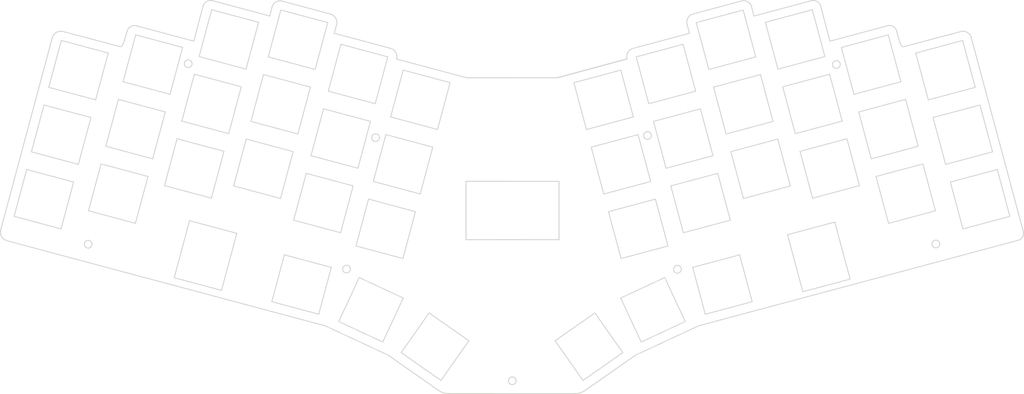
<source format=kicad_pcb>
(kicad_pcb (version 20171130) (host pcbnew "(5.1.10)-1")

  (general
    (thickness 1.6)
    (drawings 296)
    (tracks 0)
    (zones 0)
    (modules 0)
    (nets 1)
  )

  (page A4)
  (layers
    (0 F.Cu signal)
    (31 B.Cu signal)
    (32 B.Adhes user)
    (33 F.Adhes user)
    (34 B.Paste user)
    (35 F.Paste user)
    (36 B.SilkS user)
    (37 F.SilkS user)
    (38 B.Mask user)
    (39 F.Mask user)
    (40 Dwgs.User user)
    (41 Cmts.User user)
    (42 Eco1.User user)
    (43 Eco2.User user)
    (44 Edge.Cuts user)
    (45 Margin user)
    (46 B.CrtYd user)
    (47 F.CrtYd user)
    (48 B.Fab user)
    (49 F.Fab user)
  )

  (setup
    (last_trace_width 0.254)
    (trace_clearance 0.2)
    (zone_clearance 0.508)
    (zone_45_only no)
    (trace_min 0.2)
    (via_size 0.8)
    (via_drill 0.4)
    (via_min_size 0.4)
    (via_min_drill 0.3)
    (uvia_size 0.3)
    (uvia_drill 0.1)
    (uvias_allowed no)
    (uvia_min_size 0.2)
    (uvia_min_drill 0.1)
    (edge_width 0.05)
    (segment_width 0.2)
    (pcb_text_width 0.3)
    (pcb_text_size 1.5 1.5)
    (mod_edge_width 0.12)
    (mod_text_size 1 1)
    (mod_text_width 0.15)
    (pad_size 1.524 1.524)
    (pad_drill 0.762)
    (pad_to_mask_clearance 0)
    (aux_axis_origin 0 0)
    (visible_elements 7FFFFFFF)
    (pcbplotparams
      (layerselection 0x010fc_ffffffff)
      (usegerberextensions false)
      (usegerberattributes true)
      (usegerberadvancedattributes true)
      (creategerberjobfile true)
      (excludeedgelayer true)
      (linewidth 0.100000)
      (plotframeref false)
      (viasonmask false)
      (mode 1)
      (useauxorigin false)
      (hpglpennumber 1)
      (hpglpenspeed 20)
      (hpglpendiameter 15.000000)
      (psnegative false)
      (psa4output false)
      (plotreference true)
      (plotvalue true)
      (plotinvisibletext false)
      (padsonsilk false)
      (subtractmaskfromsilk false)
      (outputformat 1)
      (mirror false)
      (drillshape 0)
      (scaleselection 1)
      (outputdirectory "gerbers/"))
  )

  (net 0 "")

  (net_class Default "This is the default net class."
    (clearance 0.2)
    (trace_width 0.254)
    (via_dia 0.8)
    (via_drill 0.4)
    (uvia_dia 0.3)
    (uvia_drill 0.1)
  )

  (net_class Power ""
    (clearance 0.2)
    (trace_width 0.381)
    (via_dia 0.8)
    (via_drill 0.4)
    (uvia_dia 0.3)
    (uvia_drill 0.1)
  )

  (gr_curve (pts (xy 60.665597 46.543285) (xy 61.18284 46.243304) (xy 61.798257 46.16167) (xy 62.375821 46.316426)) (layer Edge.Cuts) (width 0.25))
  (gr_curve (pts (xy 94.322597 138.784927) (xy 27.862291 121.011518) (xy 25.491552 120.37809) (xy 3.96928 114.597368)) (layer Edge.Cuts) (width 0.25))
  (gr_curve (pts (xy 168.123935 157.216426) (xy 167.329329 157.772806) (xy 166.382771 158.071215) (xy 165.412742 158.071149)) (layer Edge.Cuts) (width 0.25))
  (gr_curve (pts (xy 180.11618 62.856805) (xy 179.940506 62.234571) (xy 180.021486 61.567892) (xy 180.341016 61.00581)) (layer Edge.Cuts) (width 0.25))
  (gr_line (start 180.11618 62.856807) (end 180.11618 62.856805) (layer Edge.Cuts) (width 0.25))
  (gr_curve (pts (xy 3.96928 114.597368) (xy 2.604592 114.230823) (xy 1.794853 112.827216) (xy 2.160675 111.462331)) (layer Edge.Cuts) (width 0.25))
  (gr_line (start 198.883704 50.064298) (end 212.598888 46.389372) (layer Edge.Cuts) (width 0.25))
  (gr_line (start 258.851097 59.356687) (end 274.926071 55.0752) (layer Edge.Cuts) (width 0.25))
  (gr_line (start 96.898157 55.567006) (end 112.884074 59.849776) (layer Edge.Cuts) (width 0.25))
  (gr_line (start 181.816504 59.865779) (end 197.85046 55.569546) (layer Edge.Cuts) (width 0.25))
  (gr_curve (pts (xy 79.265764 48.051442) (xy 79.41739 47.46134) (xy 79.798698 46.956376) (xy 80.324762 46.649019)) (layer Edge.Cuts) (width 0.25))
  (gr_curve (pts (xy 59.619375 47.915054) (xy 59.771875 47.33689) (xy 60.148353 46.843265) (xy 60.665597 46.543285)) (layer Edge.Cuts) (width 0.25))
  (gr_line (start 215.477676 48.06409) (end 216.156242 50.664806) (layer Edge.Cuts) (width 0.25))
  (gr_curve (pts (xy 129.335877 158.068708) (xy 128.365844 158.068643) (xy 127.419317 157.770133) (xy 126.62475 157.213691)) (layer Edge.Cuts) (width 0.25))
  (gr_line (start 267.84638 114.417259) (end 267.84638 114.417259) (layer Edge.Cuts) (width 0.25))
  (gr_line (start 197.85046 55.569546) (end 197.155554 53.10192) (layer Edge.Cuts) (width 0.25))
  (gr_curve (pts (xy 112.884074 59.849776) (xy 113.520422 60.020259) (xy 114.061383 60.43967) (xy 114.385031 61.013479)) (layer Edge.Cuts) (width 0.25))
  (gr_line (start 82.066472 46.415107) (end 95.820801 50.100014) (layer Edge.Cuts) (width 0.25))
  (gr_curve (pts (xy 256.672691 54.843989) (xy 257.951326 59.537791) (xy 258.039618 59.512519) (xy 258.851097 59.356687)) (layer Edge.Cuts) (width 0.25))
  (gr_curve (pts (xy 97.333606 51.266876) (xy 97.66189 51.842181) (xy 97.746491 52.524872) (xy 97.568567 53.162908)) (layer Edge.Cuts) (width 0.25))
  (gr_curve (pts (xy 95.820801 50.100014) (xy 96.460616 50.271427) (xy 97.005322 50.691571) (xy 97.333606 51.266876)) (layer Edge.Cuts) (width 0.25))
  (gr_curve (pts (xy 292.698553 112.001089) (xy 292.983642 113.064215) (xy 292.352884 114.157026) (xy 291.289716 114.441945)) (layer Edge.Cuts) (width 0.25))
  (gr_line (start 78.594917 50.662266) (end 79.265764 48.051442) (layer Edge.Cuts) (width 0.25))
  (gr_curve (pts (xy 274.926071 55.0752) (xy 276.219076 54.730814) (xy 277.546748 55.498497) (xy 277.893325 56.790916)) (layer Edge.Cuts) (width 0.25))
  (gr_curve (pts (xy 148.595876 154.41663) (xy 148.595876 154.125085) (xy 148.480061 153.845482) (xy 148.273907 153.639328)) (layer Edge.Cuts) (width 0.25))
  (gr_curve (pts (xy 232.433791 46.303304) (xy 232.995874 46.152696) (xy 233.594794 46.232142) (xy 234.098173 46.524081)) (layer Edge.Cuts) (width 0.25))
  (gr_line (start 57.007457 57.817447) (end 59.619375 47.915054) (layer Edge.Cuts) (width 0.25))
  (gr_curve (pts (xy 180.341016 61.00581) (xy 180.660546 60.443728) (xy 181.191977 60.033119) (xy 181.816504 59.865779)) (layer Edge.Cuts) (width 0.25))
  (gr_line (start 62.375821 46.316426) (end 78.594917 50.662266) (layer Edge.Cuts) (width 0.25))
  (gr_curve (pts (xy 80.324762 46.649019) (xy 80.850826 46.341662) (xy 81.477955 46.257439) (xy 82.066472 46.415107)) (layer Edge.Cuts) (width 0.25))
  (gr_line (start 40.688305 53.445401) (end 57.007457 57.817447) (layer Edge.Cuts) (width 0.25))
  (gr_line (start 182.50886 147.144171) (end 168.123935 157.216426) (layer Edge.Cuts) (width 0.25))
  (gr_curve (pts (xy 197.384858 51.221978) (xy 197.709583 50.651199) (xy 198.249393 50.234259) (xy 198.883704 50.064298)) (layer Edge.Cuts) (width 0.25))
  (gr_line (start 147.496605 153.317359) (end 147.496605 153.317359) (layer Edge.Cuts) (width 0.25))
  (gr_line (start 165.412742 158.071149) (end 129.335877 158.068708) (layer Edge.Cuts) (width 0.25))
  (gr_line (start 216.156242 50.664806) (end 232.433791 46.303304) (layer Edge.Cuts) (width 0.25))
  (gr_curve (pts (xy 197.155554 53.10192) (xy 196.977548 52.46982) (xy 197.060132 51.792758) (xy 197.384858 51.221978)) (layer Edge.Cuts) (width 0.25))
  (gr_line (start 97.568567 53.162908) (end 96.898157 55.567006) (layer Edge.Cuts) (width 0.25))
  (gr_line (start 237.743702 57.819987) (end 254.187896 53.413831) (layer Edge.Cuts) (width 0.25))
  (gr_curve (pts (xy 16.798138 56.849836) (xy 17.156709 55.512004) (xy 18.530532 54.716873) (xy 19.869174 55.072404)) (layer Edge.Cuts) (width 0.25))
  (gr_curve (pts (xy 291.289716 114.441945) (xy 251.323881 125.152404) (xy 250.544525 125.360554) (xy 200.426022 138.787571)) (layer Edge.Cuts) (width 0.25))
  (gr_curve (pts (xy 38.045062 54.969919) (xy 38.356913 53.820405) (xy 39.537812 53.137174) (xy 40.688305 53.445401)) (layer Edge.Cuts) (width 0.25))
  (gr_line (start 114.604497 62.899986) (end 134.47238 68.221287) (layer Edge.Cuts) (width 0.25))
  (gr_line (start 112.242297 147.141527) (end 94.322597 138.784927) (layer Edge.Cuts) (width 0.25))
  (gr_curve (pts (xy 234.098173 46.524081) (xy 234.601552 46.816021) (xy 234.967939 47.296414) (xy 235.116351 47.85908)) (layer Edge.Cuts) (width 0.25))
  (gr_line (start 134.47238 68.221287) (end 160.27116 68.226367) (layer Edge.Cuts) (width 0.25))
  (gr_curve (pts (xy 114.385031 61.013479) (xy 114.708678 61.587287) (xy 114.787776 62.267205) (xy 114.604497 62.899986)) (layer Edge.Cuts) (width 0.25))
  (gr_line (start 19.869174 55.072404) (end 35.856874 59.318587) (layer Edge.Cuts) (width 0.25))
  (gr_line (start 160.27116 68.226367) (end 180.11618 62.856807) (layer Edge.Cuts) (width 0.25))
  (gr_curve (pts (xy 35.856874 59.318587) (xy 36.695692 59.543347) (xy 36.922128 59.109165) (xy 38.045062 54.969919)) (layer Edge.Cuts) (width 0.25))
  (gr_line (start 2.160675 111.462331) (end 16.798138 56.849836) (layer Edge.Cuts) (width 0.25))
  (gr_line (start 277.893325 56.790916) (end 292.698553 112.001089) (layer Edge.Cuts) (width 0.25))
  (gr_line (start 200.426022 138.787571) (end 182.50886 147.144171) (layer Edge.Cuts) (width 0.25))
  (gr_line (start 126.62475 157.213691) (end 112.242297 147.141527) (layer Edge.Cuts) (width 0.25))
  (gr_curve (pts (xy 148.273907 153.639328) (xy 148.067754 153.433175) (xy 147.78815 153.317359) (xy 147.496605 153.317359)) (layer Edge.Cuts) (width 0.25))
  (gr_curve (pts (xy 214.38674 46.627743) (xy 214.927163 46.94213) (xy 215.319832 47.459126) (xy 215.477676 48.06409)) (layer Edge.Cuts) (width 0.25))
  (gr_curve (pts (xy 212.598888 46.389372) (xy 213.202802 46.227556) (xy 213.846318 46.313355) (xy 214.38674 46.627743)) (layer Edge.Cuts) (width 0.25))
  (gr_line (start 235.116351 47.85908) (end 237.743702 57.819987) (layer Edge.Cuts) (width 0.25))
  (gr_curve (pts (xy 254.187896 53.413831) (xy 255.267924 53.124442) (xy 256.378813 53.765176) (xy 256.672691 54.843989)) (layer Edge.Cuts) (width 0.25))
  (gr_curve (pts (xy 109.067214 86.272088) (xy 109.477983 86.101942) (xy 109.745812 85.701108) (xy 109.745812 85.256494)) (layer Edge.Cuts) (width 0.25))
  (gr_curve (pts (xy 108.646541 84.157223) (xy 108.201927 84.157223) (xy 107.801093 84.425052) (xy 107.630947 84.835821)) (layer Edge.Cuts) (width 0.25))
  (gr_curve (pts (xy 147.917278 155.432224) (xy 148.328048 155.262078) (xy 148.595876 154.861244) (xy 148.595876 154.41663)) (layer Edge.Cuts) (width 0.25))
  (gr_curve (pts (xy 147.496605 153.317359) (xy 147.051992 153.317359) (xy 146.651158 153.585188) (xy 146.481012 153.995957)) (layer Edge.Cuts) (width 0.25))
  (gr_curve (pts (xy 109.423843 84.479192) (xy 109.21769 84.273039) (xy 108.938086 84.157223) (xy 108.646541 84.157223)) (layer Edge.Cuts) (width 0.25))
  (gr_curve (pts (xy 107.869239 86.033796) (xy 108.183628 86.348185) (xy 108.656444 86.442234) (xy 109.067214 86.272088)) (layer Edge.Cuts) (width 0.25))
  (gr_curve (pts (xy 240.353741 63.669252) (xy 240.147588 63.463098) (xy 239.867984 63.347283) (xy 239.576439 63.347283)) (layer Edge.Cuts) (width 0.25))
  (gr_curve (pts (xy 239.997112 65.462147) (xy 240.407881 65.292001) (xy 240.67571 64.891167) (xy 240.67571 64.446554)) (layer Edge.Cuts) (width 0.25))
  (gr_curve (pts (xy 27.006628 116.675745) (xy 27.613739 116.675745) (xy 28.105899 116.183585) (xy 28.105899 115.576474)) (layer Edge.Cuts) (width 0.25))
  (gr_curve (pts (xy 193.411075 122.285833) (xy 193.240929 122.696602) (xy 193.334978 123.169418) (xy 193.649367 123.483807)) (layer Edge.Cuts) (width 0.25))
  (gr_curve (pts (xy 100.807134 123.672064) (xy 101.217903 123.501918) (xy 101.485732 123.101084) (xy 101.485732 122.65647)) (layer Edge.Cuts) (width 0.25))
  (gr_curve (pts (xy 55.426434 63.127267) (xy 54.98182 63.127267) (xy 54.580986 63.395095) (xy 54.41084 63.805865)) (layer Edge.Cuts) (width 0.25))
  (gr_curve (pts (xy 146.719304 155.193932) (xy 147.033693 155.508321) (xy 147.506509 155.60237) (xy 147.917278 155.432224)) (layer Edge.Cuts) (width 0.25))
  (gr_line (start 27.006628 114.477203) (end 27.006628 114.477203) (layer Edge.Cuts) (width 0.25))
  (gr_curve (pts (xy 146.481012 153.995957) (xy 146.310865 154.406727) (xy 146.404914 154.879543) (xy 146.719304 155.193932)) (layer Edge.Cuts) (width 0.25))
  (gr_curve (pts (xy 100.386461 121.557199) (xy 99.941847 121.557199) (xy 99.541013 121.825028) (xy 99.370867 122.235797)) (layer Edge.Cuts) (width 0.25))
  (gr_line (start 239.576439 63.347283) (end 239.576439 63.347283) (layer Edge.Cuts) (width 0.25))
  (gr_curve (pts (xy 268.623682 114.739228) (xy 268.417529 114.533075) (xy 268.137924 114.417259) (xy 267.84638 114.417259)) (layer Edge.Cuts) (width 0.25))
  (gr_curve (pts (xy 99.609159 123.433772) (xy 99.923548 123.748161) (xy 100.396364 123.84221) (xy 100.807134 123.672064)) (layer Edge.Cuts) (width 0.25))
  (gr_curve (pts (xy 185.906496 83.547369) (xy 185.461882 83.547369) (xy 185.061048 83.815198) (xy 184.890902 84.225967)) (layer Edge.Cuts) (width 0.25))
  (gr_curve (pts (xy 238.560845 64.025881) (xy 238.390699 64.43665) (xy 238.484748 64.909466) (xy 238.799137 65.223855)) (layer Edge.Cuts) (width 0.25))
  (gr_curve (pts (xy 28.105899 115.576474) (xy 28.105899 115.284929) (xy 27.990083 115.005326) (xy 27.78393 114.799172)) (layer Edge.Cuts) (width 0.25))
  (gr_line (start 53.82852 59.5997) (end 50.25474 72.92962) (layer Edge.Cuts) (width 0.25))
  (gr_curve (pts (xy 194.847342 123.722099) (xy 195.258111 123.551953) (xy 195.52594 123.151119) (xy 195.52594 122.706506)) (layer Edge.Cuts) (width 0.25))
  (gr_line (start 108.646541 84.157223) (end 108.646541 84.157223) (layer Edge.Cuts) (width 0.25))
  (gr_curve (pts (xy 268.94565 115.51653) (xy 268.94565 115.224985) (xy 268.829835 114.945382) (xy 268.623682 114.739228)) (layer Edge.Cuts) (width 0.25))
  (gr_curve (pts (xy 268.267053 116.532124) (xy 268.677821 116.361978) (xy 268.94565 115.961144) (xy 268.94565 115.51653)) (layer Edge.Cuts) (width 0.25))
  (gr_line (start 185.906496 83.547369) (end 185.906496 83.547369) (layer Edge.Cuts) (width 0.25))
  (gr_curve (pts (xy 55.847107 65.242132) (xy 56.257876 65.071986) (xy 56.525705 64.671152) (xy 56.525705 64.226538)) (layer Edge.Cuts) (width 0.25))
  (gr_line (start 75.41598 52.44452) (end 62.08606 48.87074) (layer Edge.Cuts) (width 0.25))
  (gr_line (start 36.92482 69.35838) (end 40.4986 56.02846) (layer Edge.Cuts) (width 0.25))
  (gr_curve (pts (xy 187.005766 84.64664) (xy 187.005766 84.03953) (xy 186.513606 83.547369) (xy 185.906496 83.547369)) (layer Edge.Cuts) (width 0.25))
  (gr_curve (pts (xy 27.78393 114.799172) (xy 27.577777 114.593019) (xy 27.298173 114.477203) (xy 27.006628 114.477203)) (layer Edge.Cuts) (width 0.25))
  (gr_line (start 58.51482 62.20066) (end 62.08606 48.87074) (layer Edge.Cuts) (width 0.25))
  (gr_curve (pts (xy 267.069077 116.293832) (xy 267.383466 116.608221) (xy 267.856283 116.70227) (xy 268.267053 116.532124)) (layer Edge.Cuts) (width 0.25))
  (gr_curve (pts (xy 195.52594 122.706506) (xy 195.52594 122.099395) (xy 195.03378 121.607235) (xy 194.426669 121.607235)) (layer Edge.Cuts) (width 0.25))
  (gr_curve (pts (xy 266.830785 115.095857) (xy 266.66064 115.506627) (xy 266.754689 115.979443) (xy 267.069077 116.293832)) (layer Edge.Cuts) (width 0.25))
  (gr_line (start 194.426669 121.607235) (end 194.426669 121.607235) (layer Edge.Cuts) (width 0.25))
  (gr_curve (pts (xy 27.006628 114.477203) (xy 26.399517 114.477203) (xy 25.907357 114.969364) (xy 25.907357 115.576474)) (layer Edge.Cuts) (width 0.25))
  (gr_curve (pts (xy 185.129194 85.423942) (xy 185.443583 85.738331) (xy 185.916399 85.83238) (xy 186.327168 85.662234)) (layer Edge.Cuts) (width 0.25))
  (gr_curve (pts (xy 56.525705 64.226538) (xy 56.525705 63.934993) (xy 56.409889 63.65539) (xy 56.203736 63.449235)) (layer Edge.Cuts) (width 0.25))
  (gr_curve (pts (xy 238.799137 65.223855) (xy 239.113526 65.538245) (xy 239.586342 65.632294) (xy 239.997112 65.462147)) (layer Edge.Cuts) (width 0.25))
  (gr_curve (pts (xy 193.649367 123.483807) (xy 193.963756 123.798197) (xy 194.436572 123.892246) (xy 194.847342 123.722099)) (layer Edge.Cuts) (width 0.25))
  (gr_line (start 55.426434 63.127267) (end 55.426434 63.127267) (layer Edge.Cuts) (width 0.25))
  (gr_curve (pts (xy 194.426669 121.607235) (xy 193.982056 121.607235) (xy 193.581221 121.875063) (xy 193.411075 122.285833)) (layer Edge.Cuts) (width 0.25))
  (gr_line (start 100.386461 121.557199) (end 100.386461 121.557199) (layer Edge.Cuts) (width 0.25))
  (gr_curve (pts (xy 101.485732 122.65647) (xy 101.485732 122.364925) (xy 101.369916 122.085322) (xy 101.163763 121.879168)) (layer Edge.Cuts) (width 0.25))
  (gr_line (start 160.27738 68.23062) (end 180.1224 62.86106) (layer Edge.Cuts) (width 0.25))
  (gr_curve (pts (xy 54.41084 63.805865) (xy 54.240694 64.216635) (xy 54.334743 64.689451) (xy 54.649132 65.00384)) (layer Edge.Cuts) (width 0.25))
  (gr_curve (pts (xy 186.327168 85.662234) (xy 186.737938 85.492088) (xy 187.005766 85.091254) (xy 187.005766 84.64664)) (layer Edge.Cuts) (width 0.25))
  (gr_curve (pts (xy 101.163763 121.879168) (xy 100.95761 121.673015) (xy 100.678006 121.557199) (xy 100.386461 121.557199)) (layer Edge.Cuts) (width 0.25))
  (gr_line (start 36.92482 69.35838) (end 50.25474 72.92962) (layer Edge.Cuts) (width 0.25))
  (gr_curve (pts (xy 25.907357 115.576474) (xy 25.907357 116.183585) (xy 26.399517 116.675745) (xy 27.006628 116.675745)) (layer Edge.Cuts) (width 0.25))
  (gr_curve (pts (xy 99.370867 122.235797) (xy 99.200721 122.646567) (xy 99.29477 123.119383) (xy 99.609159 123.433772)) (layer Edge.Cuts) (width 0.25))
  (gr_curve (pts (xy 184.890902 84.225967) (xy 184.720756 84.636737) (xy 184.814804 85.109553) (xy 185.129194 85.423942)) (layer Edge.Cuts) (width 0.25))
  (gr_curve (pts (xy 54.649132 65.00384) (xy 54.963521 65.318229) (xy 55.436337 65.412278) (xy 55.847107 65.242132)) (layer Edge.Cuts) (width 0.25))
  (gr_curve (pts (xy 109.745812 85.256494) (xy 109.745812 84.964949) (xy 109.629996 84.685346) (xy 109.423843 84.479192)) (layer Edge.Cuts) (width 0.25))
  (gr_line (start 53.82852 59.5997) (end 40.4986 56.02846) (layer Edge.Cuts) (width 0.25))
  (gr_line (start 58.51482 62.20066) (end 71.84474 65.77444) (layer Edge.Cuts) (width 0.25))
  (gr_curve (pts (xy 267.84638 114.417259) (xy 267.401766 114.417259) (xy 267.000932 114.685088) (xy 266.830785 115.095857)) (layer Edge.Cuts) (width 0.25))
  (gr_curve (pts (xy 240.67571 64.446554) (xy 240.67571 64.155009) (xy 240.559894 63.875405) (xy 240.353741 63.669252)) (layer Edge.Cuts) (width 0.25))
  (gr_curve (pts (xy 107.630947 84.835821) (xy 107.460801 85.246591) (xy 107.55485 85.719407) (xy 107.869239 86.033796)) (layer Edge.Cuts) (width 0.25))
  (gr_curve (pts (xy 239.576439 63.347283) (xy 239.131826 63.347283) (xy 238.730991 63.615111) (xy 238.560845 64.025881)) (layer Edge.Cuts) (width 0.25))
  (gr_curve (pts (xy 56.203736 63.449235) (xy 55.997583 63.243083) (xy 55.717979 63.127267) (xy 55.426434 63.127267)) (layer Edge.Cuts) (width 0.25))
  (gr_line (start 183.24152 84.39518) (end 186.81276 97.7251) (layer Edge.Cuts) (width 0.25))
  (gr_line (start 254.32342 56.031) (end 257.894659 69.36092) (layer Edge.Cuts) (width 0.25))
  (gr_line (start 48.91108 77.95374) (end 45.3373 91.28112) (layer Edge.Cuts) (width 0.25))
  (gr_line (start 183.24152 84.39518) (end 169.9116 87.96642) (layer Edge.Cuts) (width 0.25))
  (gr_line (start 227.89472 84.12848) (end 241.22464 80.55724) (layer Edge.Cuts) (width 0.25))
  (gr_line (start 249.48218 91.28366) (end 262.812099 87.71242) (layer Edge.Cuts) (width 0.25))
  (gr_line (start 173.48284 101.29634) (end 186.81276 97.7251) (layer Edge.Cuts) (width 0.25))
  (gr_line (start 43.99364 96.30524) (end 30.66372 92.734) (layer Edge.Cuts) (width 0.25))
  (gr_line (start 90.14544 70.88492) (end 76.81552 67.31114) (layer Edge.Cuts) (width 0.25))
  (gr_line (start 27.08994 106.06392) (end 30.66372 92.734) (layer Edge.Cuts) (width 0.25))
  (gr_line (start 218.0065 67.31368) (end 221.57774 80.6436) (layer Edge.Cuts) (width 0.25))
  (gr_line (start 213.08906 48.96218) (end 199.75914 52.53342) (layer Edge.Cuts) (width 0.25))
  (gr_line (start 129.825319 69.60984) (end 116.4954 66.0386) (layer Edge.Cuts) (width 0.25))
  (gr_line (start 112.92416 79.36852) (end 126.25408 82.93976) (layer Edge.Cuts) (width 0.25))
  (gr_line (start 70.49854 70.79602) (end 66.9273 84.12594) (layer Edge.Cuts) (width 0.25))
  (gr_line (start 124.90788 87.96388) (end 121.33664 101.2938) (layer Edge.Cuts) (width 0.25))
  (gr_line (start 108.00672 97.72256) (end 111.57796 84.39264) (layer Edge.Cuts) (width 0.25))
  (gr_line (start 108.00672 97.72256) (end 121.33664 101.2938) (layer Edge.Cuts) (width 0.25))
  (gr_line (start 191.18918 93.96336) (end 204.5191 90.39212) (layer Edge.Cuts) (width 0.25))
  (gr_line (start 75.41598 52.44452) (end 71.84474 65.77444) (layer Edge.Cuts) (width 0.25))
  (gr_line (start 53.59738 80.5547) (end 66.9273 84.12594) (layer Edge.Cuts) (width 0.25))
  (gr_line (start 95.06288 52.53088) (end 81.73296 48.95964) (layer Edge.Cuts) (width 0.25))
  (gr_line (start 78.16172 62.28956) (end 91.4891 65.8608) (layer Edge.Cuts) (width 0.25))
  (gr_line (start 78.16172 62.28956) (end 81.73296 48.95964) (layer Edge.Cuts) (width 0.25))
  (gr_line (start 168.5654 82.9423) (end 181.89532 79.37106) (layer Edge.Cuts) (width 0.25))
  (gr_line (start 222.97728 65.77444) (end 219.40604 52.44452) (layer Edge.Cuts) (width 0.25))
  (gr_line (start 244.56474 72.93216) (end 257.894659 69.36092) (layer Edge.Cuts) (width 0.25))
  (gr_line (start 70.49854 70.79602) (end 57.16862 67.22478) (layer Edge.Cuts) (width 0.25))
  (gr_line (start 90.14544 70.88492) (end 86.57166 84.21484) (layer Edge.Cuts) (width 0.25))
  (gr_line (start 200.94786 77.0622) (end 204.5191 90.39212) (layer Edge.Cuts) (width 0.25))
  (gr_line (start 244.56474 72.93216) (end 240.9935 59.60224) (layer Edge.Cuts) (width 0.25))
  (gr_line (start 48.91108 77.95374) (end 35.58116 74.37996) (layer Edge.Cuts) (width 0.25))
  (gr_line (start 32.00738 87.70988) (end 45.3373 91.28112) (layer Edge.Cuts) (width 0.25))
  (gr_line (start 173.48284 101.29634) (end 169.9116 87.96642) (layer Edge.Cuts) (width 0.25))
  (gr_line (start 95.06288 52.53088) (end 91.4891 65.8608) (layer Edge.Cuts) (width 0.25))
  (gr_line (start 112.92416 79.36852) (end 116.4954 66.0386) (layer Edge.Cuts) (width 0.25))
  (gr_line (start 259.240859 74.3825) (end 262.812099 87.71242) (layer Edge.Cuts) (width 0.25))
  (gr_line (start 237.6534 67.22732) (end 224.32348 70.79856) (layer Edge.Cuts) (width 0.25))
  (gr_line (start 129.825319 69.60984) (end 126.25408 82.93976) (layer Edge.Cuts) (width 0.25))
  (gr_line (start 249.48218 91.28366) (end 245.91094 77.95374) (layer Edge.Cuts) (width 0.25))
  (gr_line (start 222.97728 65.77444) (end 236.3072 62.2032) (layer Edge.Cuts) (width 0.25))
  (gr_line (start 191.18918 93.96336) (end 187.61794 80.63344) (layer Edge.Cuts) (width 0.25))
  (gr_line (start 27.08994 106.06392) (end 40.41986 109.63516) (layer Edge.Cuts) (width 0.25))
  (gr_line (start 32.00738 87.70988) (end 35.58116 74.37996) (layer Edge.Cuts) (width 0.25))
  (gr_line (start 178.32408 66.04114) (end 164.99416 69.61238) (layer Edge.Cuts) (width 0.25))
  (gr_line (start 168.5654 82.9423) (end 164.99416 69.61238) (layer Edge.Cuts) (width 0.25))
  (gr_line (start 203.33038 65.86334) (end 216.6603 62.2921) (layer Edge.Cuts) (width 0.25))
  (gr_line (start 208.24782 84.21484) (end 221.57774 80.6436) (layer Edge.Cuts) (width 0.25))
  (gr_line (start 237.6534 67.22732) (end 241.22464 80.55724) (layer Edge.Cuts) (width 0.25))
  (gr_line (start 203.33038 65.86334) (end 199.75914 52.53342) (layer Edge.Cuts) (width 0.25))
  (gr_line (start 200.94786 77.0622) (end 187.61794 80.63344) (layer Edge.Cuts) (width 0.25))
  (gr_line (start 227.89472 84.12848) (end 224.32348 70.79856) (layer Edge.Cuts) (width 0.25))
  (gr_line (start 218.0065 67.31368) (end 204.67658 70.88746) (layer Edge.Cuts) (width 0.25))
  (gr_line (start 178.32408 66.04114) (end 181.89532 79.37106) (layer Edge.Cuts) (width 0.25))
  (gr_line (start 73.24174 80.64106) (end 76.81552 67.31114) (layer Edge.Cuts) (width 0.25))
  (gr_line (start 213.08906 48.96218) (end 216.6603 62.2921) (layer Edge.Cuts) (width 0.25))
  (gr_line (start 124.90788 87.96388) (end 111.57796 84.39264) (layer Edge.Cuts) (width 0.25))
  (gr_line (start 73.24174 80.64106) (end 86.57166 84.21484) (layer Edge.Cuts) (width 0.25))
  (gr_line (start 232.73596 48.87328) (end 219.40604 52.44452) (layer Edge.Cuts) (width 0.25))
  (gr_line (start 232.73596 48.87328) (end 236.3072 62.2032) (layer Edge.Cuts) (width 0.25))
  (gr_line (start 254.32342 56.031) (end 240.9935 59.60224) (layer Edge.Cuts) (width 0.25))
  (gr_line (start 53.59738 80.5547) (end 57.16862 67.22478) (layer Edge.Cuts) (width 0.25))
  (gr_line (start 208.24782 84.21484) (end 204.67658 70.88746) (layer Edge.Cuts) (width 0.25))
  (gr_line (start 259.240859 74.3825) (end 245.91094 77.95374) (layer Edge.Cuts) (width 0.25))
  (gr_line (start 232.81216 102.47998) (end 229.24092 89.15006) (layer Edge.Cuts) (width 0.25))
  (gr_line (start 119.99044 106.31538) (end 106.66052 102.74414) (layer Edge.Cuts) (width 0.25))
  (gr_line (start 85.228 89.23642) (end 71.89808 85.66518) (layer Edge.Cuts) (width 0.25))
  (gr_line (start 103.08928 116.07406) (end 106.66052 102.74414) (layer Edge.Cuts) (width 0.25))
  (gr_line (start 119.99044 106.31538) (end 116.4192 119.6453) (layer Edge.Cuts) (width 0.25))
  (gr_line (start 79.17264 131.92366) (end 92.50256 135.4949) (layer Edge.Cuts) (width 0.25))
  (gr_line (start 90.30038 90.38958) (end 93.87416 77.05966) (layer Edge.Cuts) (width 0.25))
  (gr_line (start 188.15896 102.74668) (end 174.82904 106.31792) (layer Edge.Cuts) (width 0.25))
  (gr_line (start 205.8653 95.4137) (end 209.43654 108.74362) (layer Edge.Cuts) (width 0.25))
  (gr_line (start 115.93406 146.42198) (end 123.8487 135.11644) (layer Edge.Cuts) (width 0.25))
  (gr_line (start 264.158299 92.73654) (end 250.82838 96.30778) (layer Edge.Cuts) (width 0.25))
  (gr_line (start 178.40282 119.64784) (end 191.7302 116.0766) (layer Edge.Cuts) (width 0.25))
  (gr_line (start 186.27174 75.60932) (end 182.7005 62.28194) (layer Edge.Cuts) (width 0.25))
  (gr_line (start 202.31946 135.49744) (end 198.74822 122.16752) (layer Edge.Cuts) (width 0.25))
  (gr_line (start 188.15896 102.74668) (end 191.7302 116.0766) (layer Edge.Cuts) (width 0.25))
  (gr_line (start 190.80056 125.06058) (end 196.63494 137.56754) (layer Edge.Cuts) (width 0.25))
  (gr_line (start 196.10662 112.31486) (end 209.43654 108.74362) (layer Edge.Cuts) (width 0.25))
  (gr_line (start 167.58242 154.33916) (end 178.88796 146.42452) (layer Edge.Cuts) (width 0.25))
  (gr_line (start 167.58242 154.33916) (end 159.66778 143.03616) (layer Edge.Cuts) (width 0.25))
  (gr_line (start 202.31946 135.49744) (end 215.64938 131.9262) (layer Edge.Cuts) (width 0.25))
  (gr_line (start 116.52588 130.88988) (end 110.69404 143.39684) (layer Edge.Cuts) (width 0.25))
  (gr_line (start 98.18708 137.565) (end 110.69404 143.39684) (layer Edge.Cuts) (width 0.25))
  (gr_line (start 196.10662 112.31486) (end 192.53538 98.98494) (layer Edge.Cuts) (width 0.25))
  (gr_line (start 98.18708 137.565) (end 104.01892 125.05804) (layer Edge.Cuts) (width 0.25))
  (gr_line (start 205.8653 95.4137) (end 192.53538 98.98494) (layer Edge.Cuts) (width 0.25))
  (gr_line (start 242.57084 85.57882) (end 229.24092 89.15006) (layer Edge.Cuts) (width 0.25))
  (gr_line (start 254.39962 109.6377) (end 267.72954 106.06646) (layer Edge.Cuts) (width 0.25))
  (gr_line (start 242.57084 85.57882) (end 246.14208 98.90874) (layer Edge.Cuts) (width 0.25))
  (gr_line (start 212.07814 118.59628) (end 215.64938 131.9262) (layer Edge.Cuts) (width 0.25))
  (gr_line (start 190.80056 125.06058) (end 178.2936 130.89242) (layer Edge.Cuts) (width 0.25))
  (gr_line (start 184.12798 143.39938) (end 178.2936 130.89242) (layer Edge.Cuts) (width 0.25))
  (gr_line (start 232.81216 102.47998) (end 246.14208 98.90874) (layer Edge.Cuts) (width 0.25))
  (gr_line (start 254.39962 109.6377) (end 250.82838 96.30778) (layer Edge.Cuts) (width 0.25))
  (gr_line (start 96.0738 122.16498) (end 82.74388 118.59374) (layer Edge.Cuts) (width 0.25))
  (gr_line (start 115.93406 146.42198) (end 127.23706 154.33662) (layer Edge.Cuts) (width 0.25))
  (gr_line (start 196.03042 58.70816) (end 182.7005 62.28194) (layer Edge.Cuts) (width 0.25))
  (gr_line (start 135.151699 143.03362) (end 127.23706 154.33662) (layer Edge.Cuts) (width 0.25))
  (gr_line (start 196.03042 58.70816) (end 199.60166 72.03808) (layer Edge.Cuts) (width 0.25))
  (gr_line (start 116.52588 130.88988) (end 104.01892 125.05804) (layer Edge.Cuts) (width 0.25))
  (gr_line (start 135.151699 143.03362) (end 123.8487 135.11644) (layer Edge.Cuts) (width 0.25))
  (gr_line (start 90.30038 90.38958) (end 103.6303 93.96082) (layer Edge.Cuts) (width 0.25))
  (gr_line (start 43.99364 96.30524) (end 40.41986 109.63516) (layer Edge.Cuts) (width 0.25))
  (gr_line (start 184.12798 143.39938) (end 196.63494 137.56754) (layer Edge.Cuts) (width 0.25))
  (gr_line (start 170.97332 135.11898) (end 159.66778 143.03616) (layer Edge.Cuts) (width 0.25))
  (gr_line (start 212.07814 118.59628) (end 198.74822 122.16752) (layer Edge.Cuts) (width 0.25))
  (gr_line (start 48.67994 98.9062) (end 52.25118 85.57628) (layer Edge.Cuts) (width 0.25))
  (gr_line (start 65.5811 89.14752) (end 62.00732 102.47744) (layer Edge.Cuts) (width 0.25))
  (gr_line (start 68.324299 98.9951) (end 81.65422 102.56634) (layer Edge.Cuts) (width 0.25))
  (gr_line (start 222.92394 85.66772) (end 226.49518 98.99764) (layer Edge.Cuts) (width 0.25))
  (gr_line (start 85.228 89.23642) (end 81.65422 102.56634) (layer Edge.Cuts) (width 0.25))
  (gr_line (start 103.08928 116.07406) (end 116.4192 119.6453) (layer Edge.Cuts) (width 0.25))
  (gr_line (start 222.92394 85.66772) (end 209.59402 89.23896) (layer Edge.Cuts) (width 0.25))
  (gr_line (start 213.16526 102.56888) (end 226.49518 98.99764) (layer Edge.Cuts) (width 0.25))
  (gr_line (start 107.20408 80.6309) (end 93.87416 77.05966) (layer Edge.Cuts) (width 0.25))
  (gr_line (start 79.17264 131.92366) (end 82.74388 118.59374) (layer Edge.Cuts) (width 0.25))
  (gr_line (start 186.27174 75.60932) (end 199.60166 72.03808) (layer Edge.Cuts) (width 0.25))
  (gr_line (start 65.5811 89.14752) (end 52.25118 85.57628) (layer Edge.Cuts) (width 0.25))
  (gr_line (start 68.324299 98.9951) (end 71.89808 85.66518) (layer Edge.Cuts) (width 0.25))
  (gr_line (start 170.97332 135.11898) (end 178.88796 146.42452) (layer Edge.Cuts) (width 0.25))
  (gr_line (start 178.40282 119.64784) (end 174.82904 106.31792) (layer Edge.Cuts) (width 0.25))
  (gr_line (start 96.0738 122.16498) (end 92.50256 135.4949) (layer Edge.Cuts) (width 0.25))
  (gr_line (start 213.16526 102.56888) (end 209.59402 89.23896) (layer Edge.Cuts) (width 0.25))
  (gr_line (start 264.158299 92.73654) (end 267.72954 106.06646) (layer Edge.Cuts) (width 0.25))
  (gr_line (start 48.67994 98.9062) (end 62.00732 102.47744) (layer Edge.Cuts) (width 0.25))
  (gr_line (start 112.12152 62.2794) (end 98.7916 58.70562) (layer Edge.Cuts) (width 0.25))
  (gr_line (start 275.45368 57.61596) (end 262.12376 61.1872) (layer Edge.Cuts) (width 0.25))
  (gr_line (start 95.21782 72.03554) (end 98.7916 58.70562) (layer Edge.Cuts) (width 0.25))
  (gr_line (start 285.28856 94.3215) (end 271.95864 97.89274) (layer Edge.Cuts) (width 0.25))
  (gr_line (start 10.87712 89.29484) (end 14.4509 75.96492) (layer Edge.Cuts) (width 0.25))
  (gr_line (start 10.87712 89.29484) (end 24.20704 92.86862) (layer Edge.Cuts) (width 0.25))
  (gr_line (start 102.28664 98.98494) (end 98.71286 112.31232) (layer Edge.Cuts) (width 0.25))
  (gr_line (start 27.78082 79.538699) (end 24.20704 92.86862) (layer Edge.Cuts) (width 0.25))
  (gr_line (start 32.69826 61.18466) (end 29.12448 74.51458) (layer Edge.Cuts) (width 0.25))
  (gr_line (start 32.69826 61.18466) (end 19.36834 57.61342) (layer Edge.Cuts) (width 0.25))
  (gr_line (start 275.45368 57.61596) (end 279.02492 70.94588) (layer Edge.Cuts) (width 0.25))
  (gr_line (start 5.95968 107.64888) (end 19.2896 111.22012) (layer Edge.Cuts) (width 0.25))
  (gr_line (start 69.226 112.482499) (end 55.79956 108.88586) (layer Edge.Cuts) (width 0.25))
  (gr_line (start 112.12152 62.2794) (end 108.54774 75.60932) (layer Edge.Cuts) (width 0.25))
  (gr_line (start 102.28664 98.98494) (end 88.95672 95.41116) (layer Edge.Cuts) (width 0.25))
  (gr_line (start 85.38294 108.74108) (end 98.71286 112.31232) (layer Edge.Cuts) (width 0.25))
  (gr_line (start 239.12152 109.27194) (end 225.69508 112.86858) (layer Edge.Cuts) (width 0.25))
  (gr_line (start 15.79456 70.94334) (end 29.12448 74.51458) (layer Edge.Cuts) (width 0.25))
  (gr_line (start 265.694999 74.51712) (end 262.12376 61.1872) (layer Edge.Cuts) (width 0.25))
  (gr_line (start 280.37112 75.96746) (end 283.94236 89.29738) (layer Edge.Cuts) (width 0.25))
  (gr_line (start 270.61244 92.86862) (end 283.94236 89.29738) (layer Edge.Cuts) (width 0.25))
  (gr_line (start 134.34652 97.66414) (end 134.34652 114.30114) (layer Edge.Cuts) (width 0.25))
  (gr_line (start 22.86338 97.8902) (end 9.53346 94.31896) (layer Edge.Cuts) (width 0.25))
  (gr_line (start 270.61244 92.86862) (end 267.0412 79.538699) (layer Edge.Cuts) (width 0.25))
  (gr_line (start 285.28856 94.3215) (end 288.8598 107.65142) (layer Edge.Cuts) (width 0.25))
  (gr_line (start 51.45108 125.11392) (end 55.79956 108.88586) (layer Edge.Cuts) (width 0.25))
  (gr_line (start 64.87752 128.71056) (end 51.45108 125.11392) (layer Edge.Cuts) (width 0.25))
  (gr_line (start 95.21782 72.03554) (end 108.54774 75.60932) (layer Edge.Cuts) (width 0.25))
  (gr_line (start 85.38294 108.74108) (end 88.95672 95.41116) (layer Edge.Cuts) (width 0.25))
  (gr_line (start 134.34652 97.66414) (end 160.78538 97.68954) (layer Edge.Cuts) (width 0.25))
  (gr_line (start 22.86338 97.8902) (end 19.2896 111.22012) (layer Edge.Cuts) (width 0.25))
  (gr_line (start 27.78082 79.538699) (end 14.4509 75.96492) (layer Edge.Cuts) (width 0.25))
  (gr_line (start 265.694999 74.51712) (end 279.02492 70.94588) (layer Edge.Cuts) (width 0.25))
  (gr_line (start 275.52988 111.22266) (end 271.95864 97.89274) (layer Edge.Cuts) (width 0.25))
  (gr_line (start 160.78538 97.68954) (end 160.78538 114.28844) (layer Edge.Cuts) (width 0.25))
  (gr_line (start 243.47 125.5) (end 230.04356 129.09664) (layer Edge.Cuts) (width 0.25))
  (gr_line (start 230.04356 129.09664) (end 225.69508 112.86858) (layer Edge.Cuts) (width 0.25))
  (gr_line (start 15.79456 70.94334) (end 19.36834 57.61342) (layer Edge.Cuts) (width 0.25))
  (gr_line (start 275.52988 111.22266) (end 288.8598 107.65142) (layer Edge.Cuts) (width 0.25))
  (gr_line (start 160.78538 114.28844) (end 134.34652 114.30114) (layer Edge.Cuts) (width 0.25))
  (gr_line (start 64.87752 128.71056) (end 69.226 112.482499) (layer Edge.Cuts) (width 0.25))
  (gr_line (start 107.20408 80.6309) (end 103.6303 93.96082) (layer Edge.Cuts) (width 0.25))
  (gr_line (start 280.37112 75.96746) (end 267.0412 79.538699) (layer Edge.Cuts) (width 0.25))
  (gr_line (start 5.95968 107.64888) (end 9.53346 94.31896) (layer Edge.Cuts) (width 0.25))
  (gr_line (start 243.47 125.5) (end 239.12152 109.27194) (layer Edge.Cuts) (width 0.25))

)

</source>
